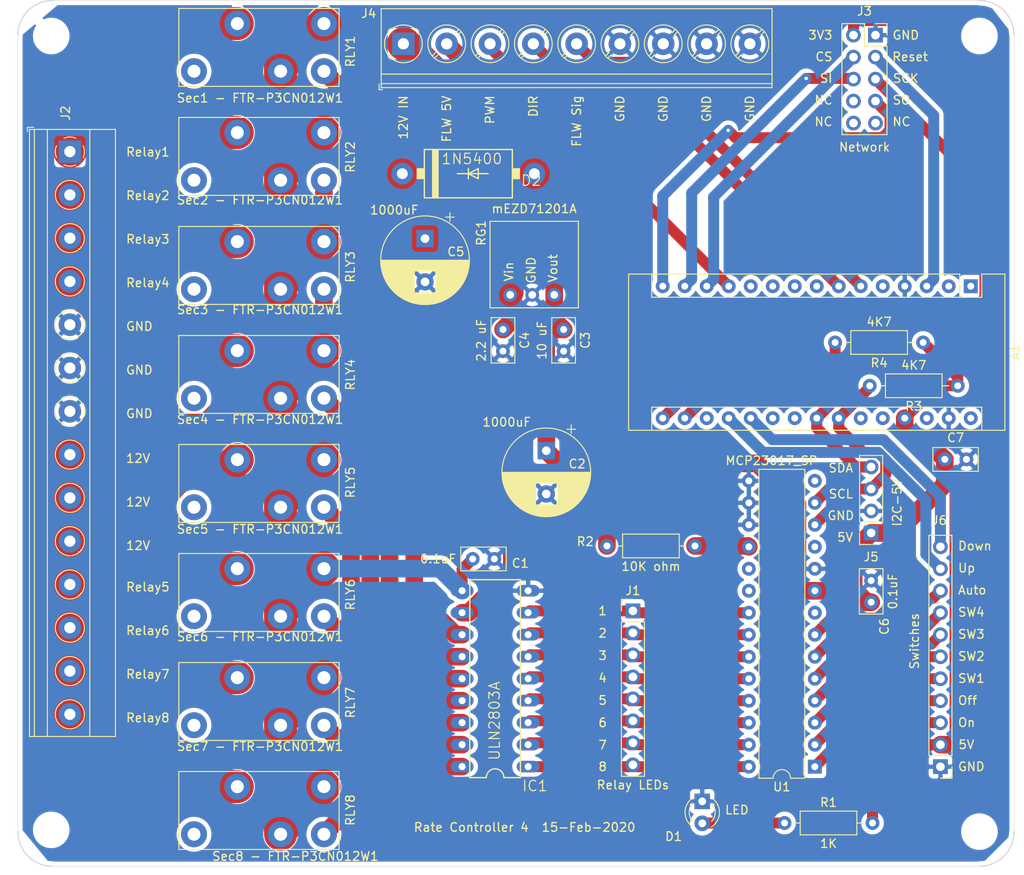
<source format=kicad_pcb>
(kicad_pcb (version 20171130) (host pcbnew "(5.1.2)-2")
  (layers (0 F.Cu signal) (31 B.Cu signal) (34 B.Paste user) (35 F.Paste user) (36 B.SilkS user) (37 F.SilkS user) (38 B.Mask user) (39 F.Mask user) (44 Edge.Cuts user))
  (net 0 "")
  (net 1 "Net-(A1-Pad16)")
  (net 2 "Net-(A1-Pad15)")
  (net 3 "Net-(A1-Pad30)")
  (net 4 "Net-(A1-Pad14)")
  (net 5 GND)
  (net 6 "Net-(A1-Pad13)")
  (net 7 "Net-(A1-Pad28)")
  (net 8 "Net-(A1-Pad12)")
  (net 9 "Net-(A1-Pad11)")
  (net 10 "Net-(A1-Pad10)")
  (net 11 "Net-(A1-Pad9)")
  (net 12 "Net-(A1-Pad24)")
  (net 13 "Net-(A1-Pad8)")
  (net 14 "Net-(A1-Pad23)")
  (net 15 "Net-(A1-Pad7)")
  (net 16 "Net-(A1-Pad22)")
  (net 17 "Net-(A1-Pad6)")
  (net 18 "Net-(A1-Pad21)")
  (net 19 "Net-(A1-Pad5)")
  (net 20 "Net-(A1-Pad20)")
  (net 21 "Net-(A1-Pad19)")
  (net 22 "Net-(A1-Pad3)")
  (net 23 "Net-(A1-Pad18)")
  (net 24 "Net-(A1-Pad2)")
  (net 25 "Net-(A1-Pad17)")
  (net 26 "Net-(A1-Pad1)")
  (net 27 "Net-(A1-Pad25)")
  (net 28 "Net-(A1-Pad26)")
  (net 29 "Net-(A1-Pad27)")
  (net 30 "Net-(RLY1-Pad3)")
  (net 31 "Net-(RLY2-Pad3)")
  (net 32 "Net-(RLY3-Pad3)")
  (net 33 "Net-(RLY4-Pad3)")
  (net 34 "Net-(RLY5-Pad3)")
  (net 35 "Net-(RLY6-Pad3)")
  (net 36 "Net-(RLY7-Pad3)")
  (net 37 "Net-(RLY8-Pad3)")
  (net 38 "Net-(C1-Pad2)")
  (net 39 "Net-(D1-Pad2)")
  (net 40 "Net-(D2-PadA)")
  (net 41 "Net-(IC1-Pad18)")
  (net 42 "Net-(IC1-Pad17)")
  (net 43 "Net-(IC1-Pad16)")
  (net 44 "Net-(IC1-Pad15)")
  (net 45 "Net-(IC1-Pad14)")
  (net 46 "Net-(IC1-Pad13)")
  (net 47 "Net-(IC1-Pad12)")
  (net 48 "Net-(IC1-Pad11)")
  (net 49 "Net-(IC1-Pad5)")
  (net 50 "Net-(IC1-Pad6)")
  (net 51 "Net-(IC1-Pad4)")
  (net 52 "Net-(IC1-Pad3)")
  (net 53 "Net-(IC1-Pad8)")
  (net 54 "Net-(IC1-Pad7)")
  (net 55 "Net-(IC1-Pad2)")
  (net 56 "Net-(IC1-Pad1)")
  (net 57 "Net-(J2-Pad14)")
  (net 58 "Net-(J2-Pad4)")
  (net 59 "Net-(J2-Pad3)")
  (net 60 "Net-(J2-Pad2)")
  (net 61 "Net-(R2-Pad2)")
  (net 62 "Net-(U1-Pad14)")
  (net 63 "Net-(U1-Pad11)")
  (net 64 "Net-(U1-Pad8)")
  (net 65 "Net-(U1-Pad20)")
  (net 66 "Net-(U1-Pad19)")
  (net 67 "Net-(J3-Pad10)")
  (net 68 "Net-(J3-Pad9)")
  (net 69 "Net-(J3-Pad8)")
  (net 70 "Net-(J2-Pad1)")
  (net 71 "Net-(J6-Pad9)")
  (net 72 "Net-(J6-Pad8)")
  (net 73 "Net-(J6-Pad7)")
  (net 74 "Net-(J6-Pad6)")
  (net 75 "Net-(J6-Pad5)")
  (net 76 "Net-(J6-Pad4)")
  (net 77 "Net-(J6-Pad3)")
  (net 78 "Net-(J2-Pad11)")
  (net 79 "Net-(J2-Pad13)")
  (net 80 "Net-(J2-Pad12)")
  (module Connector_PinHeader_2.54mm:PinHeader_1x08_P2.54mm_Vertical (layer F.Cu) (at 121 120.5)
    (fp_text reference J1 (at 0 -2.33) (layer F.SilkS))
    (fp_text value "Relay LEDs" (at 0 20.11) (layer F.SilkS))
    (pad 8 thru_hole oval (at 0 17.78) (size 1.7 1.7) (drill 1) (layers *.Cu *.Mask) (net 56 "Net-(IC1-Pad1)"))
    (pad 7 thru_hole oval (at 0 15.24) (size 1.7 1.7) (drill 1) (layers *.Cu *.Mask) (net 55 "Net-(IC1-Pad2)"))
    (pad 6 thru_hole oval (at 0 12.7) (size 1.7 1.7) (drill 1) (layers *.Cu *.Mask) (net 52 "Net-(IC1-Pad3)"))
    (pad 5 thru_hole oval (at 0 10.16) (size 1.7 1.7) (drill 1) (layers *.Cu *.Mask) (net 51 "Net-(IC1-Pad4)"))
    (pad 4 thru_hole oval (at 0 7.62) (size 1.7 1.7) (drill 1) (layers *.Cu *.Mask) (net 49 "Net-(IC1-Pad5)"))
    (pad 3 thru_hole oval (at 0 5.08) (size 1.7 1.7) (drill 1) (layers *.Cu *.Mask) (net 50 "Net-(IC1-Pad6)"))
    (pad 2 thru_hole oval (at 0 2.54) (size 1.7 1.7) (drill 1) (layers *.Cu *.Mask) (net 54 "Net-(IC1-Pad7)"))
    (pad 1 thru_hole rect (at 0 0) (size 1.7 1.7) (drill 1) (layers *.Cu *.Mask) (net 53 "Net-(IC1-Pad8)"))
  )
  (module TerminalBlock_Phoenix:TerminalBlock_Phoenix_PT-1,5-9-5.0-H_1x09_P5.00mm_Horizontal (layer F.Cu) (at 94.5 55)
    (fp_text reference J4 (at -4 -3.5) (layer F.SilkS))
    (fp_text value Screw_Terminal_01x09)
    (pad 9 thru_hole circle (at 40 0) (size 2.6 2.6) (drill 1.3) (layers *.Cu *.Mask) (net 5 GND))
    (pad 8 thru_hole circle (at 35 0) (size 2.6 2.6) (drill 1.3) (layers *.Cu *.Mask) (net 5 GND))
    (pad 7 thru_hole circle (at 30 0) (size 2.6 2.6) (drill 1.3) (layers *.Cu *.Mask) (net 5 GND))
    (pad 6 thru_hole circle (at 25 0) (size 2.6 2.6) (drill 1.3) (layers *.Cu *.Mask) (net 5 GND))
    (pad 5 thru_hole circle (at 20 0) (size 2.6 2.6) (drill 1.3) (layers *.Cu *.Mask) (net 17 "Net-(A1-Pad6)"))
    (pad 4 thru_hole circle (at 15 0) (size 2.6 2.6) (drill 1.3) (layers *.Cu *.Mask) (net 15 "Net-(A1-Pad7)"))
    (pad 3 thru_hole circle (at 10 0) (size 2.6 2.6) (drill 1.3) (layers *.Cu *.Mask) (net 8 "Net-(A1-Pad12)"))
    (pad 2 thru_hole circle (at 5 0) (size 2.6 2.6) (drill 1.3) (layers *.Cu *.Mask) (net 29 "Net-(A1-Pad27)"))
    (pad 1 thru_hole rect (at 0 0) (size 2.6 2.6) (drill 1.3) (layers *.Cu *.Mask) (net 40 "Net-(D2-PadA)"))
  )
  (module TerminalBlock_Phoenix:TerminalBlock_Phoenix_MKDS-1,5-14_1x14_P5.00mm_Horizontal (layer F.Cu) (at 56 67.449 270)
    (fp_text reference J2 (at -4.449 0.5 90) (layer F.SilkS))
    (fp_text value Screw_Terminal_01x14)
    (pad 14 thru_hole circle (at 65 0 270) (size 2.6 2.6) (drill 1.3) (layers *.Cu *.Mask) (net 57 "Net-(J2-Pad14)"))
    (pad 13 thru_hole circle (at 60 0 270) (size 2.6 2.6) (drill 1.3) (layers *.Cu *.Mask) (net 79 "Net-(J2-Pad13)"))
    (pad 12 thru_hole circle (at 55 0 270) (size 2.6 2.6) (drill 1.3) (layers *.Cu *.Mask) (net 80 "Net-(J2-Pad12)"))
    (pad 11 thru_hole circle (at 50 0 270) (size 2.6 2.6) (drill 1.3) (layers *.Cu *.Mask) (net 78 "Net-(J2-Pad11)"))
    (pad 10 thru_hole circle (at 45 0 270) (size 2.6 2.6) (drill 1.3) (layers *.Cu *.Mask) (net 38 "Net-(C1-Pad2)"))
    (pad 9 thru_hole circle (at 40 0 270) (size 2.6 2.6) (drill 1.3) (layers *.Cu *.Mask) (net 38 "Net-(C1-Pad2)"))
    (pad 8 thru_hole circle (at 35 0 270) (size 2.6 2.6) (drill 1.3) (layers *.Cu *.Mask) (net 38 "Net-(C1-Pad2)"))
    (pad 7 thru_hole circle (at 30 0 270) (size 2.6 2.6) (drill 1.3) (layers *.Cu *.Mask) (net 5 GND))
    (pad 6 thru_hole circle (at 25 0 270) (size 2.6 2.6) (drill 1.3) (layers *.Cu *.Mask) (net 5 GND))
    (pad 5 thru_hole circle (at 20 0 270) (size 2.6 2.6) (drill 1.3) (layers *.Cu *.Mask) (net 5 GND))
    (pad 4 thru_hole circle (at 15 0 270) (size 2.6 2.6) (drill 1.3) (layers *.Cu *.Mask) (net 58 "Net-(J2-Pad4)"))
    (pad 3 thru_hole circle (at 10 0 270) (size 2.6 2.6) (drill 1.3) (layers *.Cu *.Mask) (net 59 "Net-(J2-Pad3)"))
    (pad 2 thru_hole circle (at 5 0 270) (size 2.6 2.6) (drill 1.3) (layers *.Cu *.Mask) (net 60 "Net-(J2-Pad2)"))
    (pad 1 thru_hole rect (at 0 0 270) (size 2.6 2.6) (drill 1.3) (layers *.Cu *.Mask) (net 70 "Net-(J2-Pad1)"))
  )
  (module Connector_PinSocket_2.54mm:PinSocket_1x04_P2.54mm_Vertical (layer F.Cu) (at 148.5 111.5 180)
    (fp_text reference J5 (at 0 -2.77) (layer F.SilkS))
    (fp_text value I2C-5V (at -3 3.5 270) (layer F.SilkS))
    (pad 4 thru_hole oval (at 0 7.62 180) (size 1.7 1.7) (drill 1) (layers *.Cu *.Mask) (net 14 "Net-(A1-Pad23)"))
    (pad 3 thru_hole oval (at 0 5.08 180) (size 1.7 1.7) (drill 1) (layers *.Cu *.Mask) (net 12 "Net-(A1-Pad24)"))
    (pad 2 thru_hole oval (at 0 2.54 180) (size 1.7 1.7) (drill 1) (layers *.Cu *.Mask) (net 5 GND))
    (pad 1 thru_hole rect (at 0 0 180) (size 1.7 1.7) (drill 1) (layers *.Cu *.Mask) (net 29 "Net-(A1-Pad27)"))
  )
  (module Connector_PinSocket_2.54mm:PinSocket_2x05_P2.54mm_Vertical (layer F.Cu) (at 149 54)
    (fp_text reference J3 (at -1.27 -2.77) (layer F.SilkS))
    (fp_text value Network (at -1.27 12.93) (layer F.SilkS))
    (pad 10 thru_hole oval (at -2.54 10.16) (size 1.7 1.7) (drill 1) (layers *.Cu *.Mask) (net 67 "Net-(J3-Pad10)"))
    (pad 9 thru_hole oval (at 0 10.16) (size 1.7 1.7) (drill 1) (layers *.Cu *.Mask) (net 68 "Net-(J3-Pad9)"))
    (pad 8 thru_hole oval (at -2.54 7.62) (size 1.7 1.7) (drill 1) (layers *.Cu *.Mask) (net 69 "Net-(J3-Pad8)"))
    (pad 7 thru_hole oval (at 0 7.62) (size 1.7 1.7) (drill 1) (layers *.Cu *.Mask) (net 2 "Net-(A1-Pad15)"))
    (pad 6 thru_hole oval (at -2.54 5.08) (size 1.7 1.7) (drill 1) (layers *.Cu *.Mask) (net 4 "Net-(A1-Pad14)"))
    (pad 5 thru_hole oval (at 0 5.08) (size 1.7 1.7) (drill 1) (layers *.Cu *.Mask) (net 1 "Net-(A1-Pad16)"))
    (pad 4 thru_hole oval (at -2.54 2.54) (size 1.7 1.7) (drill 1) (layers *.Cu *.Mask) (net 6 "Net-(A1-Pad13)"))
    (pad 3 thru_hole oval (at 0 2.54) (size 1.7 1.7) (drill 1) (layers *.Cu *.Mask) (net 22 "Net-(A1-Pad3)"))
    (pad 2 thru_hole oval (at -2.54 0) (size 1.7 1.7) (drill 1) (layers *.Cu *.Mask) (net 25 "Net-(A1-Pad17)"))
    (pad 1 thru_hole rect (at 0 0) (size 1.7 1.7) (drill 1) (layers *.Cu *.Mask) (net 5 GND))
  )
  (module Capacitor_THT:C_Disc_D5.0mm_W2.5mm_P2.50mm (layer F.Cu) (at 106 88 270)
    (fp_text reference C4 (at 1.25 -2.5 90) (layer F.SilkS))
    (fp_text value "2.2 uF" (at 1.25 2.5 90) (layer F.SilkS))
    (pad 2 thru_hole circle (at 2.5 0 270) (size 1.6 1.6) (drill 0.8) (layers *.Cu *.Mask) (net 5 GND))
    (pad 1 thru_hole circle (at 0 0 270) (size 1.6 1.6) (drill 0.8) (layers *.Cu *.Mask) (net 38 "Net-(C1-Pad2)"))
  )
  (module Capacitor_THT:C_Disc_D5.0mm_W2.5mm_P2.50mm (layer F.Cu) (at 113 88 270)
    (fp_text reference C3 (at 1.25 -2.5 90) (layer F.SilkS))
    (fp_text value "10 uF" (at 1.25 2.5 90) (layer F.SilkS))
    (pad 2 thru_hole circle (at 2.5 0 270) (size 1.6 1.6) (drill 0.8) (layers *.Cu *.Mask) (net 5 GND))
    (pad 1 thru_hole circle (at 0 0 270) (size 1.6 1.6) (drill 0.8) (layers *.Cu *.Mask) (net 29 "Net-(A1-Pad27)"))
  )
  (module Package_DIP:DIP-28_W7.62mm (layer F.Cu) (at 142 138.5 180)
    (fp_text reference U1 (at 3.81 -2.33) (layer F.SilkS))
    (fp_text value MCP23017_SP (at 5 35.35) (layer F.SilkS))
    (pad 28 thru_hole oval (at 7.62 0 180) (size 1.6 1.6) (drill 0.8) (layers *.Cu *.Mask) (net 56 "Net-(IC1-Pad1)"))
    (pad 14 thru_hole oval (at 0 33.02 180) (size 1.6 1.6) (drill 0.8) (layers *.Cu *.Mask) (net 62 "Net-(U1-Pad14)"))
    (pad 27 thru_hole oval (at 7.62 2.54 180) (size 1.6 1.6) (drill 0.8) (layers *.Cu *.Mask) (net 55 "Net-(IC1-Pad2)"))
    (pad 13 thru_hole oval (at 0 30.48 180) (size 1.6 1.6) (drill 0.8) (layers *.Cu *.Mask) (net 14 "Net-(A1-Pad23)"))
    (pad 26 thru_hole oval (at 7.62 5.08 180) (size 1.6 1.6) (drill 0.8) (layers *.Cu *.Mask) (net 52 "Net-(IC1-Pad3)"))
    (pad 12 thru_hole oval (at 0 27.94 180) (size 1.6 1.6) (drill 0.8) (layers *.Cu *.Mask) (net 12 "Net-(A1-Pad24)"))
    (pad 25 thru_hole oval (at 7.62 7.62 180) (size 1.6 1.6) (drill 0.8) (layers *.Cu *.Mask) (net 51 "Net-(IC1-Pad4)"))
    (pad 11 thru_hole oval (at 0 25.4 180) (size 1.6 1.6) (drill 0.8) (layers *.Cu *.Mask) (net 63 "Net-(U1-Pad11)"))
    (pad 24 thru_hole oval (at 7.62 10.16 180) (size 1.6 1.6) (drill 0.8) (layers *.Cu *.Mask) (net 49 "Net-(IC1-Pad5)"))
    (pad 10 thru_hole oval (at 0 22.86 180) (size 1.6 1.6) (drill 0.8) (layers *.Cu *.Mask) (net 5 GND))
    (pad 23 thru_hole oval (at 7.62 12.7 180) (size 1.6 1.6) (drill 0.8) (layers *.Cu *.Mask) (net 50 "Net-(IC1-Pad6)"))
    (pad 9 thru_hole oval (at 0 20.32 180) (size 1.6 1.6) (drill 0.8) (layers *.Cu *.Mask) (net 29 "Net-(A1-Pad27)"))
    (pad 22 thru_hole oval (at 7.62 15.24 180) (size 1.6 1.6) (drill 0.8) (layers *.Cu *.Mask) (net 54 "Net-(IC1-Pad7)"))
    (pad 8 thru_hole oval (at 0 17.78 180) (size 1.6 1.6) (drill 0.8) (layers *.Cu *.Mask) (net 64 "Net-(U1-Pad8)"))
    (pad 21 thru_hole oval (at 7.62 17.78 180) (size 1.6 1.6) (drill 0.8) (layers *.Cu *.Mask) (net 53 "Net-(IC1-Pad8)"))
    (pad 7 thru_hole oval (at 0 15.24 180) (size 1.6 1.6) (drill 0.8) (layers *.Cu *.Mask) (net 71 "Net-(J6-Pad9)"))
    (pad 20 thru_hole oval (at 7.62 20.32 180) (size 1.6 1.6) (drill 0.8) (layers *.Cu *.Mask) (net 65 "Net-(U1-Pad20)"))
    (pad 6 thru_hole oval (at 0 12.7 180) (size 1.6 1.6) (drill 0.8) (layers *.Cu *.Mask) (net 72 "Net-(J6-Pad8)"))
    (pad 19 thru_hole oval (at 7.62 22.86 180) (size 1.6 1.6) (drill 0.8) (layers *.Cu *.Mask) (net 66 "Net-(U1-Pad19)"))
    (pad 5 thru_hole oval (at 0 10.16 180) (size 1.6 1.6) (drill 0.8) (layers *.Cu *.Mask) (net 73 "Net-(J6-Pad7)"))
    (pad 18 thru_hole oval (at 7.62 25.4 180) (size 1.6 1.6) (drill 0.8) (layers *.Cu *.Mask) (net 61 "Net-(R2-Pad2)"))
    (pad 4 thru_hole oval (at 0 7.62 180) (size 1.6 1.6) (drill 0.8) (layers *.Cu *.Mask) (net 74 "Net-(J6-Pad6)"))
    (pad 17 thru_hole oval (at 7.62 27.94 180) (size 1.6 1.6) (drill 0.8) (layers *.Cu *.Mask) (net 5 GND))
    (pad 3 thru_hole oval (at 0 5.08 180) (size 1.6 1.6) (drill 0.8) (layers *.Cu *.Mask) (net 75 "Net-(J6-Pad5)"))
    (pad 16 thru_hole oval (at 7.62 30.48 180) (size 1.6 1.6) (drill 0.8) (layers *.Cu *.Mask) (net 5 GND))
    (pad 2 thru_hole oval (at 0 2.54 180) (size 1.6 1.6) (drill 0.8) (layers *.Cu *.Mask) (net 76 "Net-(J6-Pad4)"))
    (pad 15 thru_hole oval (at 7.62 33.02 180) (size 1.6 1.6) (drill 0.8) (layers *.Cu *.Mask) (net 5 GND))
    (pad 1 thru_hole rect (at 0 0 180) (size 1.6 1.6) (drill 0.8) (layers *.Cu *.Mask) (net 77 "Net-(J6-Pad3)"))
  )
  (module Resistor_THT:R_Axial_DIN0207_L6.3mm_D2.5mm_P10.16mm_Horizontal (layer F.Cu) (at 154.5 89.5 180)
    (fp_text reference R4 (at 5.08 -2.37) (layer F.SilkS))
    (fp_text value 4K7 (at 5.08 2.37) (layer F.SilkS))
    (pad 2 thru_hole oval (at 10.16 0 180) (size 1.6 1.6) (drill 0.8) (layers *.Cu *.Mask) (net 14 "Net-(A1-Pad23)"))
    (pad 1 thru_hole circle (at 0 0 180) (size 1.6 1.6) (drill 0.8) (layers *.Cu *.Mask) (net 29 "Net-(A1-Pad27)"))
  )
  (module Resistor_THT:R_Axial_DIN0207_L6.3mm_D2.5mm_P10.16mm_Horizontal (layer F.Cu) (at 158.5 94.5 180)
    (fp_text reference R3 (at 5.08 -2.37) (layer F.SilkS))
    (fp_text value 4K7 (at 5.08 2.37) (layer F.SilkS))
    (pad 2 thru_hole oval (at 10.16 0 180) (size 1.6 1.6) (drill 0.8) (layers *.Cu *.Mask) (net 12 "Net-(A1-Pad24)"))
    (pad 1 thru_hole circle (at 0 0 180) (size 1.6 1.6) (drill 0.8) (layers *.Cu *.Mask) (net 29 "Net-(A1-Pad27)"))
  )
  (module Resistor_THT:R_Axial_DIN0207_L6.3mm_D2.5mm_P10.16mm_Horizontal (layer F.Cu) (at 118 113)
    (fp_text reference R2 (at -2.5 -0.5) (layer F.SilkS))
    (fp_text value "10K ohm" (at 5.08 2.37) (layer F.SilkS))
    (pad 2 thru_hole oval (at 10.16 0) (size 1.6 1.6) (drill 0.8) (layers *.Cu *.Mask) (net 61 "Net-(R2-Pad2)"))
    (pad 1 thru_hole circle (at 0 0) (size 1.6 1.6) (drill 0.8) (layers *.Cu *.Mask) (net 29 "Net-(A1-Pad27)"))
  )
  (module Resistor_THT:R_Axial_DIN0207_L6.3mm_D2.5mm_P10.16mm_Horizontal (layer F.Cu) (at 138.5 145)
    (fp_text reference R1 (at 5.08 -2.37) (layer F.SilkS))
    (fp_text value 1K (at 5.08 2.37) (layer F.SilkS))
    (pad 2 thru_hole oval (at 10.16 0) (size 1.6 1.6) (drill 0.8) (layers *.Cu *.Mask) (net 29 "Net-(A1-Pad27)"))
    (pad 1 thru_hole circle (at 0 0) (size 1.6 1.6) (drill 0.8) (layers *.Cu *.Mask) (net 39 "Net-(D1-Pad2)"))
  )
  (module Capacitor_THT:C_Disc_D5.0mm_W2.5mm_P2.50mm (layer F.Cu) (at 157 103)
    (fp_text reference C7 (at 1.25 -2.5) (layer F.SilkS))
    (fp_text value 0.1uF)
    (pad 2 thru_hole circle (at 2.5 0) (size 1.6 1.6) (drill 0.8) (layers *.Cu *.Mask) (net 5 GND))
    (pad 1 thru_hole circle (at 0 0) (size 1.6 1.6) (drill 0.8) (layers *.Cu *.Mask) (net 29 "Net-(A1-Pad27)"))
  )
  (module Module:Arduino_Nano (layer F.Cu) (at 160 83 270)
    (fp_text reference A1 (at 7.62 -5.08 90) (layer F.SilkS))
    (fp_text value Arduino_Nano_v3.x)
    (pad 16 thru_hole oval (at 15.24 35.56 270) (size 1.6 1.6) (drill 0.8) (layers *.Cu *.Mask) (net 1 "Net-(A1-Pad16)"))
    (pad 15 thru_hole oval (at 0 35.56 270) (size 1.6 1.6) (drill 0.8) (layers *.Cu *.Mask) (net 2 "Net-(A1-Pad15)"))
    (pad 30 thru_hole oval (at 15.24 0 270) (size 1.6 1.6) (drill 0.8) (layers *.Cu *.Mask) (net 3 "Net-(A1-Pad30)"))
    (pad 14 thru_hole oval (at 0 33.02 270) (size 1.6 1.6) (drill 0.8) (layers *.Cu *.Mask) (net 4 "Net-(A1-Pad14)"))
    (pad 29 thru_hole oval (at 15.24 2.54 270) (size 1.6 1.6) (drill 0.8) (layers *.Cu *.Mask) (net 5 GND))
    (pad 13 thru_hole oval (at 0 30.48 270) (size 1.6 1.6) (drill 0.8) (layers *.Cu *.Mask) (net 6 "Net-(A1-Pad13)"))
    (pad 28 thru_hole oval (at 15.24 5.08 270) (size 1.6 1.6) (drill 0.8) (layers *.Cu *.Mask) (net 7 "Net-(A1-Pad28)"))
    (pad 12 thru_hole oval (at 0 27.94 270) (size 1.6 1.6) (drill 0.8) (layers *.Cu *.Mask) (net 8 "Net-(A1-Pad12)"))
    (pad 27 thru_hole oval (at 15.24 7.62 270) (size 1.6 1.6) (drill 0.8) (layers *.Cu *.Mask) (net 29 "Net-(A1-Pad27)"))
    (pad 11 thru_hole oval (at 0 25.4 270) (size 1.6 1.6) (drill 0.8) (layers *.Cu *.Mask) (net 9 "Net-(A1-Pad11)"))
    (pad 26 thru_hole oval (at 15.24 10.16 270) (size 1.6 1.6) (drill 0.8) (layers *.Cu *.Mask) (net 28 "Net-(A1-Pad26)"))
    (pad 10 thru_hole oval (at 0 22.86 270) (size 1.6 1.6) (drill 0.8) (layers *.Cu *.Mask) (net 10 "Net-(A1-Pad10)"))
    (pad 25 thru_hole oval (at 15.24 12.7 270) (size 1.6 1.6) (drill 0.8) (layers *.Cu *.Mask) (net 27 "Net-(A1-Pad25)"))
    (pad 9 thru_hole oval (at 0 20.32 270) (size 1.6 1.6) (drill 0.8) (layers *.Cu *.Mask) (net 11 "Net-(A1-Pad9)"))
    (pad 24 thru_hole oval (at 15.24 15.24 270) (size 1.6 1.6) (drill 0.8) (layers *.Cu *.Mask) (net 12 "Net-(A1-Pad24)"))
    (pad 8 thru_hole oval (at 0 17.78 270) (size 1.6 1.6) (drill 0.8) (layers *.Cu *.Mask) (net 13 "Net-(A1-Pad8)"))
    (pad 23 thru_hole oval (at 15.24 17.78 270) (size 1.6 1.6) (drill 0.8) (layers *.Cu *.Mask) (net 14 "Net-(A1-Pad23)"))
    (pad 7 thru_hole oval (at 0 15.24 270) (size 1.6 1.6) (drill 0.8) (layers *.Cu *.Mask) (net 15 "Net-(A1-Pad7)"))
    (pad 22 thru_hole oval (at 15.24 20.32 270) (size 1.6 1.6) (drill 0.8) (layers *.Cu *.Mask) (net 16 "Net-(A1-Pad22)"))
    (pad 6 thru_hole oval (at 0 12.7 270) (size 1.6 1.6) (drill 0.8) (layers *.Cu *.Mask) (net 17 "Net-(A1-Pad6)"))
    (pad 21 thru_hole oval (at 15.24 22.86 270) (size 1.6 1.6) (drill 0.8) (layers *.Cu *.Mask) (net 18 "Net-(A1-Pad21)"))
    (pad 5 thru_hole oval (at 0 10.16 270) (size 1.6 1.6) (drill 0.8) (layers *.Cu *.Mask) (net 19 "Net-(A1-Pad5)"))
    (pad 20 thru_hole oval (at 15.24 25.4 270) (size 1.6 1.6) (drill 0.8) (layers *.Cu *.Mask) (net 20 "Net-(A1-Pad20)"))
    (pad 4 thru_hole oval (at 0 7.62 270) (size 1.6 1.6) (drill 0.8) (layers *.Cu *.Mask) (net 5 GND))
    (pad 19 thru_hole oval (at 15.24 27.94 270) (size 1.6 1.6) (drill 0.8) (layers *.Cu *.Mask) (net 21 "Net-(A1-Pad19)"))
    (pad 3 thru_hole oval (at 0 5.08 270) (size 1.6 1.6) (drill 0.8) (layers *.Cu *.Mask) (net 22 "Net-(A1-Pad3)"))
    (pad 18 thru_hole oval (at 15.24 30.48 270) (size 1.6 1.6) (drill 0.8) (layers *.Cu *.Mask) (net 23 "Net-(A1-Pad18)"))
    (pad 2 thru_hole oval (at 0 2.54 270) (size 1.6 1.6) (drill 0.8) (layers *.Cu *.Mask) (net 24 "Net-(A1-Pad2)"))
    (pad 17 thru_hole oval (at 15.24 33.02 270) (size 1.6 1.6) (drill 0.8) (layers *.Cu *.Mask) (net 25 "Net-(A1-Pad17)"))
    (pad 1 thru_hole rect (at 0 0 270) (size 1.6 1.6) (drill 0.8) (layers *.Cu *.Mask) (net 26 "Net-(A1-Pad1)"))
  )
  (module Capacitor_THT:C_Disc_D5.0mm_W2.5mm_P2.50mm (layer F.Cu) (at 105 114.5 180)
    (fp_text reference C1 (at -3 -0.5) (layer F.SilkS))
    (fp_text value 0.1uF (at 6.5 0) (layer F.SilkS))
    (pad 2 thru_hole circle (at 2.5 0 180) (size 1.6 1.6) (drill 0.8) (layers *.Cu *.Mask) (net 38 "Net-(C1-Pad2)"))
    (pad 1 thru_hole circle (at 0 0 180) (size 1.6 1.6) (drill 0.8) (layers *.Cu *.Mask) (net 5 GND))
  )
  (module "my library:mEZD71201A" (layer F.Cu) (at 104.5 75.5)
    (fp_text reference RG1 (at -1.016 1.349 90) (layer F.SilkS))
    (fp_text value mEZD71201A (at 5.1054 -1.4478) (layer F.SilkS))
    (fp_text user Vin (at 2.1844 5.8166 90) (layer F.SilkS))
    (fp_text user GND (at 4.7498 5.6388 90) (layer F.SilkS))
    (fp_text user Vout (at 7.2644 5.4356 90) (layer F.SilkS))
    (pad 3 thru_hole circle (at 7.4168 8.5 90) (size 1.59 1.59) (drill 0.89) (layers *.Cu *.Mask) (net 29 "Net-(A1-Pad27)"))
    (pad 2 thru_hole circle (at 4.8768 8.5 90) (size 1.59 1.59) (drill 0.89) (layers *.Cu *.Mask) (net 5 GND))
    (pad 1 thru_hole circle (at 2.3368 8.5 90) (size 1.59 1.59) (drill 0.89) (layers *.Cu *.Mask) (net 38 "Net-(C1-Pad2)"))
  )
  (module "my library:1N5400" (layer F.Cu) (at 102 70)
    (fp_text reference D2 (at 6 1.5) (layer F.SilkS) (effects (font (size 1.2065 1.2065) (thickness 0.127)) (justify left bottom)))
    (fp_text value 1N5400 (at 4 -1) (layer F.SilkS) (effects (font (size 1.2065 1.2065) (thickness 0.127)) (justify right bottom)))
    (pad C thru_hole circle (at -7.62 0) (size 2.5 2.5) (drill 1.25) (layers *.Cu *.Mask) (net 38 "Net-(C1-Pad2)"))
    (pad A thru_hole circle (at 7.62 0) (size 2.5 2.5) (drill 1.25) (layers *.Cu *.Mask) (net 40 "Net-(D2-PadA)"))
  )
  (module "my library:FTR-P3_Relay" (layer F.Cu) (at 85.328 70.757142 180)
    (fp_text reference RLY2 (at -3.048 2.685142 270) (layer F.SilkS))
    (fp_text value "Sec2 - FTR-P3CN012W1" (at 7.373428 -2.286) (layer F.SilkS))
    (pad 2 thru_hole circle (at 10 5.5 180) (size 3 3) (drill 1.5) (layers *.Cu *.Mask) (net 60 "Net-(J2-Pad2)"))
    (pad 3 thru_hole circle (at 15 0 180) (size 3 3) (drill 1.5) (layers *.Cu *.Mask) (net 31 "Net-(RLY2-Pad3)"))
    (pad 4 thru_hole circle (at 5 0 180) (size 3 3) (drill 1.5) (layers *.Cu *.Mask) (net 38 "Net-(C1-Pad2)"))
    (pad 5 thru_hole circle (at 0 0 180) (size 3 3) (drill 1.5) (layers *.Cu *.Mask) (net 47 "Net-(IC1-Pad12)"))
    (pad 1 thru_hole circle (at 0 5.5 180) (size 3 3) (drill 1.5) (layers *.Cu *.Mask) (net 38 "Net-(C1-Pad2)"))
  )
  (module "my library:FTR-P3_Relay" (layer F.Cu) (at 85.328 146.304 180)
    (fp_text reference RLY8 (at -3.048 2.794 270) (layer F.SilkS))
    (fp_text value "Sec8 - FTR-P3CN012W1" (at 3.302 -2.54 180) (layer F.SilkS))
    (pad 2 thru_hole circle (at 10 5.5 180) (size 3 3) (drill 1.5) (layers *.Cu *.Mask) (net 57 "Net-(J2-Pad14)"))
    (pad 3 thru_hole circle (at 15 0 180) (size 3 3) (drill 1.5) (layers *.Cu *.Mask) (net 37 "Net-(RLY8-Pad3)"))
    (pad 4 thru_hole circle (at 5 0 180) (size 3 3) (drill 1.5) (layers *.Cu *.Mask) (net 38 "Net-(C1-Pad2)"))
    (pad 5 thru_hole circle (at 0 0 180) (size 3 3) (drill 1.5) (layers *.Cu *.Mask) (net 41 "Net-(IC1-Pad18)"))
    (pad 1 thru_hole circle (at 0 5.5 180) (size 3 3) (drill 1.5) (layers *.Cu *.Mask) (net 38 "Net-(C1-Pad2)"))
  )
  (module "my library:FTR-P3_Relay" (layer F.Cu) (at 85.328 133.712852 180)
    (fp_text reference RLY7 (at -3.048 2.62467 270) (layer F.SilkS))
    (fp_text value "Sec7 - FTR-P3CN012W1" (at 7.373428 -2.45533 180) (layer F.SilkS))
    (pad 2 thru_hole circle (at 10 5.5 180) (size 3 3) (drill 1.5) (layers *.Cu *.Mask) (net 79 "Net-(J2-Pad13)"))
    (pad 3 thru_hole circle (at 15 0 180) (size 3 3) (drill 1.5) (layers *.Cu *.Mask) (net 36 "Net-(RLY7-Pad3)"))
    (pad 4 thru_hole circle (at 5 0 180) (size 3 3) (drill 1.5) (layers *.Cu *.Mask) (net 38 "Net-(C1-Pad2)"))
    (pad 5 thru_hole circle (at 0 0 180) (size 3 3) (drill 1.5) (layers *.Cu *.Mask) (net 42 "Net-(IC1-Pad17)"))
    (pad 1 thru_hole circle (at 0 5.5 180) (size 3 3) (drill 1.5) (layers *.Cu *.Mask) (net 38 "Net-(C1-Pad2)"))
  )
  (module "my library:FTR-P3_Relay" (layer F.Cu) (at 85.328 121.12171 180)
    (fp_text reference RLY6 (at -3.048 2.50371 270) (layer F.SilkS))
    (fp_text value "Sec6 - FTR-P3CN012W1" (at 7.373428 -2.370664 180) (layer F.SilkS))
    (pad 2 thru_hole circle (at 10 5.5 180) (size 3 3) (drill 1.5) (layers *.Cu *.Mask) (net 80 "Net-(J2-Pad12)"))
    (pad 3 thru_hole circle (at 15 0 180) (size 3 3) (drill 1.5) (layers *.Cu *.Mask) (net 35 "Net-(RLY6-Pad3)"))
    (pad 4 thru_hole circle (at 5 0 180) (size 3 3) (drill 1.5) (layers *.Cu *.Mask) (net 38 "Net-(C1-Pad2)"))
    (pad 5 thru_hole circle (at 0 0 180) (size 3 3) (drill 1.5) (layers *.Cu *.Mask) (net 43 "Net-(IC1-Pad16)"))
    (pad 1 thru_hole circle (at 0 5.5 180) (size 3 3) (drill 1.5) (layers *.Cu *.Mask) (net 38 "Net-(C1-Pad2)"))
  )
  (module "my library:FTR-P3_Relay" (layer F.Cu) (at 85.328 108.530568 180)
    (fp_text reference RLY5 (at -3.048 2.866568 270) (layer F.SilkS))
    (fp_text value "Sec5 - FTR-P3CN012W1" (at 7.373428 -2.539998 180) (layer F.SilkS))
    (pad 2 thru_hole circle (at 10 5.5 180) (size 3 3) (drill 1.5) (layers *.Cu *.Mask) (net 78 "Net-(J2-Pad11)"))
    (pad 3 thru_hole circle (at 15 0 180) (size 3 3) (drill 1.5) (layers *.Cu *.Mask) (net 34 "Net-(RLY5-Pad3)"))
    (pad 4 thru_hole circle (at 5 0 180) (size 3 3) (drill 1.5) (layers *.Cu *.Mask) (net 38 "Net-(C1-Pad2)"))
    (pad 5 thru_hole circle (at 0 0 180) (size 3 3) (drill 1.5) (layers *.Cu *.Mask) (net 44 "Net-(IC1-Pad15)"))
    (pad 1 thru_hole circle (at 0 5.5 180) (size 3 3) (drill 1.5) (layers *.Cu *.Mask) (net 38 "Net-(C1-Pad2)"))
  )
  (module "my library:FTR-P3_Relay" (layer F.Cu) (at 85.328 95.939426 180)
    (fp_text reference RLY4 (at -3.048 2.721426 270) (layer F.SilkS))
    (fp_text value "Sec4 - FTR-P3CN012W1" (at 7.373428 -2.455332 180) (layer F.SilkS))
    (pad 2 thru_hole circle (at 10 5.5 180) (size 3 3) (drill 1.5) (layers *.Cu *.Mask) (net 58 "Net-(J2-Pad4)"))
    (pad 3 thru_hole circle (at 15 0 180) (size 3 3) (drill 1.5) (layers *.Cu *.Mask) (net 33 "Net-(RLY4-Pad3)"))
    (pad 4 thru_hole circle (at 5 0 180) (size 3 3) (drill 1.5) (layers *.Cu *.Mask) (net 38 "Net-(C1-Pad2)"))
    (pad 5 thru_hole circle (at 0 0 180) (size 3 3) (drill 1.5) (layers *.Cu *.Mask) (net 45 "Net-(IC1-Pad14)"))
    (pad 1 thru_hole circle (at 0 5.5 180) (size 3 3) (drill 1.5) (layers *.Cu *.Mask) (net 38 "Net-(C1-Pad2)"))
  )
  (module "my library:FTR-P3_Relay" (layer F.Cu) (at 85.328 83.348284 180)
    (fp_text reference RLY3 (at -3.048 2.576284 90) (layer F.SilkS))
    (fp_text value "Sec3 - FTR-P3CN012W1" (at 7.373428 -2.370666 180) (layer F.SilkS))
    (pad 2 thru_hole circle (at 10 5.5 180) (size 3 3) (drill 1.5) (layers *.Cu *.Mask) (net 59 "Net-(J2-Pad3)"))
    (pad 3 thru_hole circle (at 15 0 180) (size 3 3) (drill 1.5) (layers *.Cu *.Mask) (net 32 "Net-(RLY3-Pad3)"))
    (pad 4 thru_hole circle (at 5 0 180) (size 3 3) (drill 1.5) (layers *.Cu *.Mask) (net 38 "Net-(C1-Pad2)"))
    (pad 5 thru_hole circle (at 0 0 180) (size 3 3) (drill 1.5) (layers *.Cu *.Mask) (net 46 "Net-(IC1-Pad13)"))
    (pad 1 thru_hole circle (at 0 5.5 180) (size 3 3) (drill 1.5) (layers *.Cu *.Mask) (net 38 "Net-(C1-Pad2)"))
  )
  (module "my library:FTR-P3_Relay" (layer F.Cu) (at 85.328 58.166 180)
    (fp_text reference RLY1 (at -3.048 2.286 90) (layer F.SilkS))
    (fp_text value "Sec1 - FTR-P3CN012W1" (at 7.373428 -3.0988) (layer F.SilkS))
    (pad 2 thru_hole circle (at 10 5.5 180) (size 3 3) (drill 1.5) (layers *.Cu *.Mask) (net 70 "Net-(J2-Pad1)"))
    (pad 3 thru_hole circle (at 15 0 180) (size 3 3) (drill 1.5) (layers *.Cu *.Mask) (net 30 "Net-(RLY1-Pad3)"))
    (pad 4 thru_hole circle (at 5 0 180) (size 3 3) (drill 1.5) (layers *.Cu *.Mask) (net 38 "Net-(C1-Pad2)"))
    (pad 5 thru_hole circle (at 0 0 180) (size 3 3) (drill 1.5) (layers *.Cu *.Mask) (net 48 "Net-(IC1-Pad11)"))
    (pad 1 thru_hole circle (at 0 5.5 180) (size 3 3) (drill 1.5) (layers *.Cu *.Mask) (net 38 "Net-(C1-Pad2)"))
  )
  (module "my library:DIL18" (layer F.Cu) (at 105.092 128.33 90)
    (fp_text reference IC1 (at -11.684 3.048) (layer F.SilkS) (effects (font (size 1.2065 1.2065) (thickness 0.127)) (justify left top)))
    (fp_text value ULN2803A (at -9.525 0.635 90) (layer F.SilkS) (effects (font (size 1.2065 1.2065) (thickness 0.127)) (justify left bottom)))
    (pad 18 thru_hole oval (at -10.16 -3.81 180) (size 2.6416 1.3208) (drill 0.8128) (layers *.Cu *.Mask) (net 41 "Net-(IC1-Pad18)"))
    (pad 17 thru_hole oval (at -7.62 -3.81 180) (size 2.6416 1.3208) (drill 0.8128) (layers *.Cu *.Mask) (net 42 "Net-(IC1-Pad17)"))
    (pad 16 thru_hole oval (at -5.08 -3.81 180) (size 2.6416 1.3208) (drill 0.8128) (layers *.Cu *.Mask) (net 43 "Net-(IC1-Pad16)"))
    (pad 15 thru_hole oval (at -2.54 -3.81 180) (size 2.6416 1.3208) (drill 0.8128) (layers *.Cu *.Mask) (net 44 "Net-(IC1-Pad15)"))
    (pad 14 thru_hole oval (at 0 -3.81 180) (size 2.6416 1.3208) (drill 0.8128) (layers *.Cu *.Mask) (net 45 "Net-(IC1-Pad14)"))
    (pad 13 thru_hole oval (at 2.54 -3.81 180) (size 2.6416 1.3208) (drill 0.8128) (layers *.Cu *.Mask) (net 46 "Net-(IC1-Pad13)"))
    (pad 12 thru_hole oval (at 5.08 -3.81 180) (size 2.6416 1.3208) (drill 0.8128) (layers *.Cu *.Mask) (net 47 "Net-(IC1-Pad12)"))
    (pad 11 thru_hole oval (at 7.62 -3.81 180) (size 2.6416 1.3208) (drill 0.8128) (layers *.Cu *.Mask) (net 48 "Net-(IC1-Pad11)"))
    (pad 10 thru_hole oval (at 10.16 -3.81 180) (size 2.6416 1.3208) (drill 0.8128) (layers *.Cu *.Mask) (net 38 "Net-(C1-Pad2)"))
    (pad 9 thru_hole oval (at 10.16 3.81 180) (size 2.6416 1.3208) (drill 0.8128) (layers *.Cu *.Mask) (net 5 GND))
    (pad 5 thru_hole oval (at 0 3.81 180) (size 2.6416 1.3208) (drill 0.8128) (layers *.Cu *.Mask) (net 49 "Net-(IC1-Pad5)"))
    (pad 6 thru_hole oval (at 2.54 3.81 180) (size 2.6416 1.3208) (drill 0.8128) (layers *.Cu *.Mask) (net 50 "Net-(IC1-Pad6)"))
    (pad 4 thru_hole oval (at -2.54 3.81 180) (size 2.6416 1.3208) (drill 0.8128) (layers *.Cu *.Mask) (net 51 "Net-(IC1-Pad4)"))
    (pad 3 thru_hole oval (at -5.08 3.81 180) (size 2.6416 1.3208) (drill 0.8128) (layers *.Cu *.Mask) (net 52 "Net-(IC1-Pad3)"))
    (pad 8 thru_hole oval (at 7.62 3.81 180) (size 2.6416 1.3208) (drill 0.8128) (layers *.Cu *.Mask) (net 53 "Net-(IC1-Pad8)"))
    (pad 7 thru_hole oval (at 5.08 3.81 180) (size 2.6416 1.3208) (drill 0.8128) (layers *.Cu *.Mask) (net 54 "Net-(IC1-Pad7)"))
    (pad 2 thru_hole oval (at -7.62 3.81 180) (size 2.6416 1.3208) (drill 0.8128) (layers *.Cu *.Mask) (net 55 "Net-(IC1-Pad2)"))
    (pad 1 thru_hole oval (at -10.16 3.81 180) (size 2.6416 1.3208) (drill 0.8128) (layers *.Cu *.Mask) (net 56 "Net-(IC1-Pad1)"))
  )
  (module MountingHole:MountingHole_3.2mm_M3 (layer F.Cu) (at 161 146)
    (fp_text reference H4 hide)
    (fp_text value MountingHole)
    (pad 1 np_thru_hole circle (at 0 0) (size 3.2 3.2) (drill 3.2) (layers *.Cu *.Mask))
  )
  (module MountingHole:MountingHole_3.2mm_M3 (layer F.Cu) (at 53.848 145.796)
    (fp_text reference H3 hide)
    (fp_text value MountingHole)
    (pad 1 np_thru_hole circle (at 0 0) (size 3.2 3.2) (drill 3.2) (layers *.Cu *.Mask))
  )
  (module MountingHole:MountingHole_3.2mm_M3 (layer F.Cu) (at 161 54.102)
    (fp_text reference H2 hide)
    (fp_text value MountingHole)
    (pad 1 np_thru_hole circle (at 0 0) (size 3.2 3.2) (drill 3.2) (layers *.Cu *.Mask))
  )
  (module MountingHole:MountingHole_3.2mm_M3 (layer F.Cu) (at 53.848 54.102)
    (fp_text reference H1 hide)
    (fp_text value MountingHole)
    (pad 1 np_thru_hole circle (at 0 0) (size 3.2 3.2) (drill 3.2) (layers *.Cu *.Mask))
  )
  (module LED_THT:LED_D3.0mm (layer F.Cu) (at 129 142.5 270)
    (fp_text reference D1 (at 4.064 3.302) (layer F.SilkS))
    (fp_text value LED (at 1 -4) (layer F.SilkS))
    (pad 2 thru_hole circle (at 2.54 0 270) (size 1.8 1.8) (drill 0.9) (layers *.Cu *.Mask) (net 39 "Net-(D1-Pad2)"))
    (pad 1 thru_hole rect (at 0 0 270) (size 1.8 1.8) (drill 0.9) (layers *.Cu *.Mask) (net 5 GND))
  )
  (module Capacitor_THT:C_Disc_D5.0mm_W2.5mm_P2.50mm (layer F.Cu) (at 148.5 119.5 90)
    (fp_text reference C6 (at -2.794 1.524 90) (layer F.SilkS))
    (fp_text value 0.1uF (at 1.25 2.5 90) (layer F.SilkS))
    (pad 2 thru_hole circle (at 2.5 0 90) (size 1.6 1.6) (drill 0.8) (layers *.Cu *.Mask) (net 5 GND))
    (pad 1 thru_hole circle (at 0 0 90) (size 1.6 1.6) (drill 0.8) (layers *.Cu *.Mask) (net 29 "Net-(A1-Pad27)"))
  )
  (module Capacitor_THT:CP_Radial_D10.0mm_P5.00mm (layer F.Cu) (at 97 77.5 270)
    (fp_text reference C5 (at 1.524 -3.556 180) (layer F.SilkS))
    (fp_text value 1000uF (at -3.302 3.556 180) (layer F.SilkS))
    (pad 2 thru_hole circle (at 5 0 270) (size 2 2) (drill 1) (layers *.Cu *.Mask) (net 5 GND))
    (pad 1 thru_hole rect (at 0 0 270) (size 2 2) (drill 1) (layers *.Cu *.Mask) (net 38 "Net-(C1-Pad2)"))
  )
  (module Capacitor_THT:CP_Radial_D10.0mm_P5.00mm (layer F.Cu) (at 111 102 270)
    (fp_text reference C2 (at 1.524 -3.556 180) (layer F.SilkS))
    (fp_text value 1000uF (at -3.302 4.572 180) (layer F.SilkS))
    (pad 2 thru_hole circle (at 5 0 270) (size 2 2) (drill 1) (layers *.Cu *.Mask) (net 5 GND))
    (pad 1 thru_hole rect (at 0 0 270) (size 2 2) (drill 1) (layers *.Cu *.Mask) (net 29 "Net-(A1-Pad27)"))
  )
  (module Connector_PinHeader_2.54mm:PinHeader_1x11_P2.54mm_Vertical (layer F.Cu) (at 156.5 138.5 180)
    (fp_text reference J6 (at 0.12 28.448) (layer F.SilkS))
    (fp_text value Switches (at 3 14.5 270) (layer F.SilkS))
    (pad 11 thru_hole oval (at 0 25.4 180) (size 1.7 1.7) (drill 1) (layers *.Cu *.Mask) (net 20 "Net-(A1-Pad20)"))
    (pad 10 thru_hole oval (at 0 22.86 180) (size 1.7 1.7) (drill 1) (layers *.Cu *.Mask) (net 21 "Net-(A1-Pad19)"))
    (pad 9 thru_hole oval (at 0 20.32 180) (size 1.7 1.7) (drill 1) (layers *.Cu *.Mask) (net 71 "Net-(J6-Pad9)"))
    (pad 8 thru_hole oval (at 0 17.78 180) (size 1.7 1.7) (drill 1) (layers *.Cu *.Mask) (net 72 "Net-(J6-Pad8)"))
    (pad 7 thru_hole oval (at 0 15.24 180) (size 1.7 1.7) (drill 1) (layers *.Cu *.Mask) (net 73 "Net-(J6-Pad7)"))
    (pad 6 thru_hole oval (at 0 12.7 180) (size 1.7 1.7) (drill 1) (layers *.Cu *.Mask) (net 74 "Net-(J6-Pad6)"))
    (pad 5 thru_hole oval (at 0 10.16 180) (size 1.7 1.7) (drill 1) (layers *.Cu *.Mask) (net 75 "Net-(J6-Pad5)"))
    (pad 4 thru_hole oval (at 0 7.62 180) (size 1.7 1.7) (drill 1) (layers *.Cu *.Mask) (net 76 "Net-(J6-Pad4)"))
    (pad 3 thru_hole oval (at 0 5.08 180) (size 1.7 1.7) (drill 1) (layers *.Cu *.Mask) (net 77 "Net-(J6-Pad3)"))
    (pad 2 thru_hole oval (at 0 2.54 180) (size 1.7 1.7) (drill 1) (layers *.Cu *.Mask) (net 29 "Net-(A1-Pad27)"))
    (pad 1 thru_hole rect (at 0 0 180) (size 1.7 1.7) (drill 1) (layers *.Cu *.Mask) (net 5 GND))
  )
  (gr_text 8 (at 117.5 138.5) (layer F.SilkS) (effects (font (size 1 1))))
  (gr_text GND (at 134.5 62.5 90) (layer F.SilkS) (effects (font (size 1 1))))
  (gr_text 12V (at 63.880952 112.961532) (layer F.SilkS) (effects (font (size 1 1))))
  (gr_text 12V (at 63.880952 107.926024) (layer F.SilkS) (effects (font (size 1 1))))
  (gr_text GND (at 64.023809 97.713012) (layer F.SilkS) (effects (font (size 1 1))))
  (gr_text GND (at 64.023809 92.67751) (layer F.SilkS) (effects (font (size 1 1))))
  (gr_text Reset (at 153 56.5) (layer F.SilkS) (effects (font (size 1 1))))
  (gr_text SCK (at 152.5 59) (layer F.SilkS) (effects (font (size 1 1))))
  (gr_text SO (at 152 61.5) (layer F.SilkS) (effects (font (size 1 1))))
  (gr_text NC (at 152 64) (layer F.SilkS) (effects (font (size 1 1))))
  (gr_text NC (at 143 64) (layer F.SilkS) (effects (font (size 1 1))))
  (gr_text NC (at 143 61.5) (layer F.SilkS) (effects (font (size 1 1))))
  (gr_text SI (at 143.309524 59) (layer F.SilkS) (effects (font (size 1 1))))
  (gr_text CS (at 143.047619 56.5) (layer F.SilkS) (effects (font (size 1 1))))
  (gr_text 3V3 (at 142.642857 54) (layer F.SilkS) (effects (font (size 1 1))))
  (gr_text GND (at 152.5 54) (layer F.SilkS) (effects (font (size 1 1))))
  (gr_text 5V (at 145.5 112) (layer F.SilkS) (effects (font (size 1 1))))
  (gr_text GND (at 145 109.5) (layer F.SilkS) (effects (font (size 1 1))))
  (gr_text SCL (at 145 107) (layer F.SilkS) (effects (font (size 1 1))))
  (gr_text SDA (at 145 104) (layer F.SilkS) (effects (font (size 1 1))))
  (gr_text 7 (at 117.5 136) (layer F.SilkS) (effects (font (size 1 1))))
  (gr_text 6 (at 117.5 133.416665) (layer F.SilkS) (effects (font (size 1 1))))
  (gr_text 5 (at 117.5 130.833332) (layer F.SilkS) (effects (font (size 1 1))))
  (gr_text 4 (at 117.5 128.249999) (layer F.SilkS) (effects (font (size 1 1))))
  (gr_text 3 (at 117.5 125.666666) (layer F.SilkS) (effects (font (size 1 1))))
  (gr_text 2 (at 117.5 123.083333) (layer F.SilkS) (effects (font (size 1 1))))
  (gr_text 1 (at 117.5 120.5) (layer F.SilkS) (effects (font (size 1 1))))
  (gr_text "Rate Controller 4  15-Feb-2020" (at 108.5 145.5) (layer F.SilkS) (effects (font (size 1 1))))
  (gr_text GND (at 119.5 62.5 90) (layer F.SilkS) (effects (font (size 1 1))))
  (gr_text 12V (at 63.880952 102.890522) (layer F.SilkS) (effects (font (size 1 1))))
  (gr_text Relay8 (at 65 132.85502) (layer F.SilkS) (effects (font (size 1 1))))
  (gr_text "FLW Sig" (at 114.5 63.928571 90) (layer F.SilkS) (effects (font (size 1 1))))
  (gr_text "FLW 5V" (at 99.5 63.666666 90) (layer F.SilkS) (effects (font (size 1 1))))
  (gr_text GND (at 64.023809 87.642008) (layer F.SilkS) (effects (font (size 1 1))))
  (gr_text Relay7 (at 65 127.819518) (layer F.SilkS) (effects (font (size 1 1))))
  (gr_text Relay6 (at 65 122.784016) (layer F.SilkS) (effects (font (size 1 1))))
  (gr_text Relay5 (at 65 117.748514) (layer F.SilkS) (effects (font (size 1 1))))
  (gr_text Relay4 (at 65 82.606506) (layer F.SilkS) (effects (font (size 1 1))))
  (gr_text Relay1 (at 65 67.5) (layer F.SilkS) (effects (font (size 1 1))))
  (gr_text Relay3 (at 65 77.571004) (layer F.SilkS) (effects (font (size 1 1))))
  (gr_text Relay2 (at 65 72.535502) (layer F.SilkS) (effects (font (size 1 1))))
  (gr_arc (start 161 146) (end 165 146) (angle 90) (layer Edge.Cuts) (width 0.12))
  (gr_arc (start 54 146) (end 54 150) (angle 90) (layer Edge.Cuts) (width 0.12))
  (gr_arc (start 54 54) (end 50 54) (angle 90) (layer Edge.Cuts) (width 0.12))
  (gr_arc (start 161 54) (end 161 50) (angle 90) (layer Edge.Cuts) (width 0.12))
  (gr_text "12V IN" (at 94.5 63.5 90) (layer F.SilkS) (effects (font (size 1 1))))
  (gr_text GND (at 129.5 62.5 90) (layer F.SilkS) (effects (font (size 1 1))))
  (gr_line (start 54 50) (end 161 50) (layer Edge.Cuts) (width 0.05))
  (gr_line (start 50 54) (end 50 146) (layer Edge.Cuts) (width 0.05))
  (gr_line (start 54 150) (end 161 150) (layer Edge.Cuts) (width 0.05))
  (gr_line (start 165 54) (end 165 146) (layer Edge.Cuts) (width 0.05))
  (gr_text 5V (at 160.5 135.95) (layer F.SilkS) (effects (font (size 1 1)) (justify right)))
  (gr_text On (at 160.595238 133.4) (layer F.SilkS) (effects (font (size 1 1)) (justify right)))
  (gr_text "Down\n" (at 162.5 113) (layer F.SilkS) (effects (font (size 1 1)) (justify right)))
  (gr_text "Up\n" (at 160.595238 115.55) (layer F.SilkS) (effects (font (size 1 1)) (justify right)))
  (gr_text Auto (at 161.880952 118.1) (layer F.SilkS) (effects (font (size 1 1)) (justify right)))
  (gr_text SW4 (at 161.690476 120.65) (layer F.SilkS) (effects (font (size 1 1)) (justify right)))
  (gr_text SW3 (at 161.690476 123.2) (layer F.SilkS) (effects (font (size 1 1)) (justify right)))
  (gr_text SW2 (at 161.690476 125.75) (layer F.SilkS) (effects (font (size 1 1)) (justify right)))
  (gr_text SW1 (at 161.690476 128.3) (layer F.SilkS) (effects (font (size 1 1)) (justify right)))
  (gr_text Off (at 160.833333 130.85) (layer F.SilkS) (effects (font (size 1 1)) (justify right)))
  (gr_text GND (at 161.690476 138.5) (layer F.SilkS) (effects (font (size 1 1)) (justify right)))
  (gr_text GND (at 124.5 62.5 90) (layer F.SilkS) (effects (font (size 1 1))))
  (gr_text PWM (at 104.5 62.619047 90) (layer F.SilkS) (effects (font (size 1 1))))
  (gr_text DIR (at 109.5 62.214285 90) (layer F.SilkS) (effects (font (size 1 1))))
  (segment (start 136.68 86) (end 124.44 98.24) (width 1.27) (layer F.Cu) (net 1))
  (segment (start 160 86) (end 136.68 86) (width 1.27) (layer F.Cu) (net 1))
  (segment (start 161.635001 84.364999) (end 160 86) (width 1.27) (layer F.Cu) (net 1))
  (segment (start 149 59.08) (end 161.635001 71.715001) (width 1.27) (layer F.Cu) (net 1))
  (segment (start 161.635001 71.715001) (end 161.635001 84.364999) (width 1.27) (layer F.Cu) (net 1))
  (via (at 132 65) (size 0.8) (drill 0.4) (layers F.Cu B.Cu) (net 2))
  (segment (start 124.44 72.56) (end 132 65) (width 1.27) (layer B.Cu) (net 2))
  (segment (start 124.44 83) (end 124.44 72.56) (width 1.27) (layer B.Cu) (net 2))
  (segment (start 149.849999 62.469999) (end 149 61.62) (width 1.27) (layer F.Cu) (net 2))
  (segment (start 150.685001 63.305001) (end 149.849999 62.469999) (width 1.27) (layer F.Cu) (net 2))
  (segment (start 150.685001 64.968801) (end 150.685001 63.305001) (width 1.27) (layer F.Cu) (net 2))
  (segment (start 149.808801 65.845001) (end 150.685001 64.968801) (width 1.27) (layer F.Cu) (net 2))
  (segment (start 132.845001 65.845001) (end 149.808801 65.845001) (width 1.27) (layer F.Cu) (net 2))
  (segment (start 132 65) (end 132.845001 65.845001) (width 1.27) (layer F.Cu) (net 2))
  (via (at 141 59) (size 0.8) (drill 0.4) (layers F.Cu B.Cu) (net 4))
  (segment (start 140.600001 59.399999) (end 141 59) (width 1.27) (layer B.Cu) (net 4))
  (segment (start 127.779999 72.220001) (end 140.600001 59.399999) (width 1.27) (layer B.Cu) (net 4))
  (segment (start 127.779999 82.200001) (end 127.779999 72.220001) (width 1.27) (layer B.Cu) (net 4))
  (segment (start 126.98 83) (end 127.779999 82.200001) (width 1.27) (layer B.Cu) (net 4))
  (segment (start 146.38 59) (end 146.46 59.08) (width 1.27) (layer F.Cu) (net 4))
  (segment (start 141 59) (end 146.38 59) (width 1.27) (layer F.Cu) (net 4))
  (segment (start 145.610001 57.389999) (end 146.46 56.54) (width 1.27) (layer B.Cu) (net 6))
  (segment (start 130.319999 72.680001) (end 145.610001 57.389999) (width 1.27) (layer B.Cu) (net 6))
  (segment (start 130.319999 82.200001) (end 130.319999 72.680001) (width 1.27) (layer B.Cu) (net 6))
  (segment (start 129.52 83) (end 130.319999 82.200001) (width 1.27) (layer B.Cu) (net 6))
  (segment (start 104.5 55.44) (end 104.5 55) (width 1.27) (layer F.Cu) (net 8))
  (segment (start 132.06 83) (end 104.5 55.44) (width 1.27) (layer F.Cu) (net 8))
  (segment (start 149.349999 105.570001) (end 148.5 106.42) (width 1.27) (layer F.Cu) (net 12))
  (segment (start 150.185001 103.071199) (end 150.185001 104.734999) (width 1.27) (layer F.Cu) (net 12))
  (segment (start 149.308801 102.194999) (end 150.185001 103.071199) (width 1.27) (layer F.Cu) (net 12))
  (segment (start 147.583629 102.194999) (end 149.308801 102.194999) (width 1.27) (layer F.Cu) (net 12))
  (segment (start 144.76 98.24) (end 144.76 99.37137) (width 1.27) (layer F.Cu) (net 12))
  (segment (start 144.76 99.37137) (end 147.583629 102.194999) (width 1.27) (layer F.Cu) (net 12))
  (segment (start 150.185001 104.734999) (end 149.349999 105.570001) (width 1.27) (layer F.Cu) (net 12))
  (segment (start 146.14 106.42) (end 142 110.56) (width 1.27) (layer F.Cu) (net 12))
  (segment (start 148.5 106.42) (end 146.14 106.42) (width 1.27) (layer F.Cu) (net 12))
  (segment (start 148.34 94.66) (end 144.76 98.24) (width 1.27) (layer F.Cu) (net 12))
  (segment (start 148.34 94.5) (end 148.34 94.66) (width 1.27) (layer F.Cu) (net 12))
  (segment (start 142.22 99.37137) (end 146.72863 103.88) (width 1.27) (layer F.Cu) (net 14))
  (segment (start 147.297919 103.88) (end 148.5 103.88) (width 1.27) (layer F.Cu) (net 14))
  (segment (start 142.22 98.24) (end 142.22 99.37137) (width 1.27) (layer F.Cu) (net 14))
  (segment (start 146.72863 103.88) (end 147.297919 103.88) (width 1.27) (layer F.Cu) (net 14))
  (segment (start 146.14 103.88) (end 142 108.02) (width 1.27) (layer F.Cu) (net 14))
  (segment (start 148.5 103.88) (end 146.14 103.88) (width 1.27) (layer F.Cu) (net 14))
  (segment (start 144.34 96.12) (end 142.22 98.24) (width 1.27) (layer F.Cu) (net 14))
  (segment (start 144.34 89.5) (end 144.34 96.12) (width 1.27) (layer F.Cu) (net 14))
  (segment (start 120.365012 58.605012) (end 143.960001 82.200001) (width 1.27) (layer F.Cu) (net 15))
  (segment (start 143.960001 82.200001) (end 144.76 83) (width 1.27) (layer F.Cu) (net 15))
  (segment (start 113.105012 58.605012) (end 120.365012 58.605012) (width 1.27) (layer F.Cu) (net 15))
  (segment (start 109.5 55) (end 113.105012 58.605012) (width 1.27) (layer F.Cu) (net 15))
  (segment (start 146.500001 82.200001) (end 147.3 83) (width 1.27) (layer F.Cu) (net 17))
  (segment (start 121.435001 57.135001) (end 146.500001 82.200001) (width 1.27) (layer F.Cu) (net 17))
  (segment (start 116.635001 57.135001) (end 121.435001 57.135001) (width 1.27) (layer F.Cu) (net 17))
  (segment (start 114.5 55) (end 116.635001 57.135001) (width 1.27) (layer F.Cu) (net 17))
  (segment (start 156.5 107.307289) (end 156.5 111.897919) (width 1.27) (layer B.Cu) (net 20))
  (segment (start 156.5 111.897919) (end 156.5 113.1) (width 1.27) (layer B.Cu) (net 20))
  (segment (start 149.917699 100.724988) (end 156.5 107.307289) (width 1.27) (layer B.Cu) (net 20))
  (segment (start 137.084988 100.724988) (end 149.917699 100.724988) (width 1.27) (layer B.Cu) (net 20))
  (segment (start 134.6 98.24) (end 137.084988 100.724988) (width 1.27) (layer B.Cu) (net 20))
  (segment (start 154.814999 107.701197) (end 154.814999 113.954999) (width 1.27) (layer B.Cu) (net 21))
  (segment (start 154.814999 113.954999) (end 155.650001 114.790001) (width 1.27) (layer B.Cu) (net 21))
  (segment (start 149.308801 102.194999) (end 154.814999 107.701197) (width 1.27) (layer B.Cu) (net 21))
  (segment (start 136.014999 102.194999) (end 149.308801 102.194999) (width 1.27) (layer B.Cu) (net 21))
  (segment (start 155.650001 114.790001) (end 156.5 115.64) (width 1.27) (layer B.Cu) (net 21))
  (segment (start 132.06 98.24) (end 136.014999 102.194999) (width 1.27) (layer B.Cu) (net 21))
  (segment (start 149.849999 57.389999) (end 149 56.54) (width 1.27) (layer B.Cu) (net 22))
  (segment (start 155.719999 63.259999) (end 149.849999 57.389999) (width 1.27) (layer B.Cu) (net 22))
  (segment (start 155.719999 82.200001) (end 155.719999 63.259999) (width 1.27) (layer B.Cu) (net 22))
  (segment (start 154.92 83) (end 155.719999 82.200001) (width 1.27) (layer B.Cu) (net 22))
  (segment (start 127.61 97.61) (end 126.98 98.24) (width 1.27) (layer F.Cu) (net 25))
  (segment (start 137.749989 87.470011) (end 127.61 97.61) (width 1.27) (layer F.Cu) (net 25))
  (segment (start 160.608898 87.470011) (end 137.749989 87.470011) (width 1.27) (layer F.Cu) (net 25))
  (segment (start 146.46 54) (end 146.46 52.797919) (width 1.27) (layer F.Cu) (net 25))
  (segment (start 146.94292 52.314999) (end 150.518001 52.314999) (width 1.27) (layer F.Cu) (net 25))
  (segment (start 146.46 52.797919) (end 146.94292 52.314999) (width 1.27) (layer F.Cu) (net 25))
  (segment (start 150.518001 52.314999) (end 163.105012 64.90201) (width 1.27) (layer F.Cu) (net 25))
  (segment (start 163.105012 64.90201) (end 163.105012 84.973897) (width 1.27) (layer F.Cu) (net 25))
  (segment (start 163.105012 84.973897) (end 160.608898 87.470011) (width 1.27) (layer F.Cu) (net 25))
  (segment (start 111.9168 86.9168) (end 113 88) (width 2.032) (layer F.Cu) (net 29))
  (segment (start 111.9168 84) (end 111.9168 86.9168) (width 2.032) (layer F.Cu) (net 29))
  (segment (start 112.741009 68.241009) (end 99.5 55) (width 2.032) (layer F.Cu) (net 29))
  (segment (start 112.741009 71.292765) (end 112.741009 68.241009) (width 2.032) (layer F.Cu) (net 29))
  (segment (start 111.9168 72.116974) (end 112.741009 71.292765) (width 2.032) (layer F.Cu) (net 29))
  (segment (start 111.9168 84) (end 111.9168 72.116974) (width 2.032) (layer F.Cu) (net 29))
  (segment (start 111 98.968) (end 111 102) (width 2.032) (layer F.Cu) (net 29))
  (segment (start 110.983999 98.951999) (end 111 98.968) (width 2.032) (layer F.Cu) (net 29))
  (segment (start 110.983999 88.884631) (end 110.983999 98.951999) (width 2.032) (layer F.Cu) (net 29))
  (segment (start 111.86863 88) (end 110.983999 88.884631) (width 2.032) (layer F.Cu) (net 29))
  (segment (start 113 88) (end 111.86863 88) (width 2.032) (layer F.Cu) (net 29))
  (segment (start 140.86863 118.18) (end 142 118.18) (width 2.032) (layer F.Cu) (net 29))
  (segment (start 139.983999 117.295369) (end 140.86863 118.18) (width 2.032) (layer F.Cu) (net 29))
  (segment (start 139.983999 108.100317) (end 139.983999 117.295369) (width 2.032) (layer F.Cu) (net 29))
  (segment (start 135.347681 103.463999) (end 139.983999 108.100317) (width 2.032) (layer F.Cu) (net 29))
  (segment (start 129.536001 103.463999) (end 135.347681 103.463999) (width 2.032) (layer F.Cu) (net 29))
  (segment (start 148.016318 119.5) (end 148.5 119.5) (width 2.032) (layer F.Cu) (net 29))
  (segment (start 146.696318 118.18) (end 148.016318 119.5) (width 2.032) (layer F.Cu) (net 29))
  (segment (start 142 118.18) (end 146.696318 118.18) (width 2.032) (layer F.Cu) (net 29))
  (segment (start 146.483999 113.516001) (end 148.5 111.5) (width 2.032) (layer F.Cu) (net 29))
  (segment (start 146.483999 118.615369) (end 146.483999 113.516001) (width 2.032) (layer F.Cu) (net 29))
  (segment (start 147.36863 119.5) (end 146.483999 118.615369) (width 2.032) (layer F.Cu) (net 29))
  (segment (start 148.5 119.5) (end 147.36863 119.5) (width 2.032) (layer F.Cu) (net 29))
  (segment (start 157 105.882) (end 157 104.13137) (width 2.032) (layer F.Cu) (net 29))
  (segment (start 151.382 111.5) (end 157 105.882) (width 2.032) (layer F.Cu) (net 29))
  (segment (start 148.5 111.5) (end 151.382 111.5) (width 2.032) (layer F.Cu) (net 29))
  (segment (start 157.702081 135.96) (end 156.5 135.96) (width 2.032) (layer F.Cu) (net 29))
  (segment (start 158.566001 135.09608) (end 157.702081 135.96) (width 2.032) (layer F.Cu) (net 29))
  (segment (start 158.566001 105.697371) (end 158.566001 135.09608) (width 2.032) (layer F.Cu) (net 29))
  (segment (start 157 104.13137) (end 158.566001 105.697371) (width 2.032) (layer F.Cu) (net 29))
  (segment (start 157 103) (end 157 104.13137) (width 2.032) (layer F.Cu) (net 29))
  (segment (start 152.38 99.37137) (end 152.38 98.24) (width 2.032) (layer F.Cu) (net 29))
  (segment (start 155.208631 102.200001) (end 152.38 99.37137) (width 2.032) (layer F.Cu) (net 29))
  (segment (start 156.200001 102.200001) (end 155.208631 102.200001) (width 2.032) (layer F.Cu) (net 29))
  (segment (start 157 103) (end 156.200001 102.200001) (width 2.032) (layer F.Cu) (net 29))
  (segment (start 148.66 143.86863) (end 148.66 145) (width 1.27) (layer F.Cu) (net 29))
  (segment (start 148.66 142.597919) (end 148.66 143.86863) (width 1.27) (layer F.Cu) (net 29))
  (segment (start 155.297919 135.96) (end 148.66 142.597919) (width 1.27) (layer F.Cu) (net 29))
  (segment (start 156.5 135.96) (end 155.297919 135.96) (width 1.27) (layer F.Cu) (net 29))
  (segment (start 156.12 94.5) (end 158.5 94.5) (width 1.27) (layer F.Cu) (net 29))
  (segment (start 152.38 98.24) (end 156.12 94.5) (width 1.27) (layer F.Cu) (net 29))
  (segment (start 158.5 93.5) (end 154.5 89.5) (width 1.27) (layer F.Cu) (net 29))
  (segment (start 158.5 94.5) (end 158.5 93.5) (width 1.27) (layer F.Cu) (net 29))
  (segment (start 118 109) (end 118 113) (width 2.032) (layer F.Cu) (net 29))
  (segment (start 111 102) (end 118 109) (width 2.032) (layer F.Cu) (net 29))
  (segment (start 124 109) (end 129.536001 103.463999) (width 2.032) (layer F.Cu) (net 29))
  (segment (start 118 109) (end 124 109) (width 2.032) (layer F.Cu) (net 29))
  (segment (start 80.328 57.666) (end 80.328 58.166) (width 3.81) (layer F.Cu) (net 38))
  (segment (start 85.328 52.666) (end 80.328 57.666) (width 3.81) (layer F.Cu) (net 38))
  (segment (start 80.328 60.257142) (end 85.328 65.257142) (width 3.81) (layer F.Cu) (net 38))
  (segment (start 80.328 58.166) (end 80.328 60.257142) (width 3.81) (layer F.Cu) (net 38))
  (segment (start 80.328 70.257142) (end 80.328 70.757142) (width 3.81) (layer F.Cu) (net 38))
  (segment (start 85.328 65.257142) (end 80.328 70.257142) (width 3.81) (layer F.Cu) (net 38))
  (segment (start 80.328 72.848284) (end 85.328 77.848284) (width 3.81) (layer F.Cu) (net 38))
  (segment (start 80.328 70.757142) (end 80.328 72.848284) (width 3.81) (layer F.Cu) (net 38))
  (segment (start 80.328 82.848284) (end 80.328 83.348284) (width 3.81) (layer F.Cu) (net 38))
  (segment (start 85.328 77.848284) (end 80.328 82.848284) (width 3.81) (layer F.Cu) (net 38))
  (segment (start 80.328 85.439426) (end 85.328 90.439426) (width 3.81) (layer F.Cu) (net 38))
  (segment (start 80.328 83.348284) (end 80.328 85.439426) (width 3.81) (layer F.Cu) (net 38))
  (segment (start 80.328 95.439426) (end 80.328 95.939426) (width 3.81) (layer F.Cu) (net 38))
  (segment (start 85.328 90.439426) (end 80.328 95.439426) (width 3.81) (layer F.Cu) (net 38))
  (segment (start 80.328 98.030568) (end 85.328 103.030568) (width 3.81) (layer F.Cu) (net 38))
  (segment (start 80.328 95.939426) (end 80.328 98.030568) (width 3.81) (layer F.Cu) (net 38))
  (segment (start 80.328 108.030568) (end 80.328 108.530568) (width 3.81) (layer F.Cu) (net 38))
  (segment (start 85.328 103.030568) (end 80.328 108.030568) (width 3.81) (layer F.Cu) (net 38))
  (segment (start 80.328 110.62171) (end 85.328 115.62171) (width 3.81) (layer F.Cu) (net 38))
  (segment (start 80.328 108.530568) (end 80.328 110.62171) (width 3.81) (layer F.Cu) (net 38))
  (segment (start 80.328 120.62171) (end 80.328 121.12171) (width 3.81) (layer F.Cu) (net 38))
  (segment (start 85.328 115.62171) (end 80.328 120.62171) (width 3.81) (layer F.Cu) (net 38))
  (segment (start 80.328 123.212852) (end 85.328 128.212852) (width 3.81) (layer F.Cu) (net 38))
  (segment (start 80.328 121.12171) (end 80.328 123.212852) (width 3.81) (layer F.Cu) (net 38))
  (segment (start 80.328 133.212852) (end 80.328 133.712852) (width 3.81) (layer F.Cu) (net 38))
  (segment (start 85.328 128.212852) (end 80.328 133.212852) (width 3.81) (layer F.Cu) (net 38))
  (segment (start 80.328 135.804) (end 85.328 140.804) (width 3.81) (layer F.Cu) (net 38))
  (segment (start 80.328 133.712852) (end 80.328 135.804) (width 3.81) (layer F.Cu) (net 38))
  (segment (start 80.328 145.804) (end 80.328 146.304) (width 3.81) (layer F.Cu) (net 38))
  (segment (start 85.328 140.804) (end 80.328 145.804) (width 3.81) (layer F.Cu) (net 38))
  (segment (start 94.38 74.88) (end 97 77.5) (width 3.81) (layer F.Cu) (net 38))
  (segment (start 94.38 70) (end 94.38 74.88) (width 3.81) (layer F.Cu) (net 38))
  (segment (start 94.38 61.718) (end 85.328 52.666) (width 3.81) (layer F.Cu) (net 38))
  (segment (start 94.38 70) (end 94.38 61.718) (width 3.81) (layer F.Cu) (net 38))
  (segment (start 101.81 77.5) (end 106 81.69) (width 3.81) (layer F.Cu) (net 38))
  (segment (start 97 77.5) (end 101.81 77.5) (width 3.81) (layer F.Cu) (net 38))
  (segment (start 106 83.1632) (end 106.476799 83.639999) (width 3.81) (layer F.Cu) (net 38))
  (segment (start 106 81.69) (end 106 83.1632) (width 3.81) (layer F.Cu) (net 38))
  (segment (start 106.799999 83.963199) (end 106 83.1632) (width 2.032) (layer F.Cu) (net 38))
  (segment (start 106.799999 87.200001) (end 106.799999 83.963199) (width 2.032) (layer F.Cu) (net 38))
  (segment (start 106 88) (end 106.799999 87.200001) (width 2.032) (layer F.Cu) (net 38))
  (segment (start 98.73371 115.62171) (end 101.282 118.17) (width 2.032) (layer B.Cu) (net 38))
  (segment (start 85.328 115.62171) (end 98.73371 115.62171) (width 2.032) (layer B.Cu) (net 38))
  (segment (start 101.282 115.718) (end 102.5 114.5) (width 1.27) (layer F.Cu) (net 38))
  (segment (start 101.282 118.17) (end 101.282 115.718) (width 1.27) (layer F.Cu) (net 38))
  (segment (start 57.299999 101.149001) (end 56 102.449) (width 3.81) (layer F.Cu) (net 38))
  (segment (start 72.058401 99.544427) (end 58.904573 99.544427) (width 3.81) (layer F.Cu) (net 38))
  (segment (start 75.663402 95.939426) (end 72.058401 99.544427) (width 3.81) (layer F.Cu) (net 38))
  (segment (start 80.328 95.939426) (end 75.663402 95.939426) (width 3.81) (layer F.Cu) (net 38))
  (segment (start 58.904573 99.544427) (end 57.299999 101.149001) (width 3.81) (layer F.Cu) (net 38))
  (segment (start 56 102.449) (end 56 107.449) (width 3.81) (layer F.Cu) (net 38))
  (segment (start 56 107.449) (end 56 112.449) (width 3.81) (layer F.Cu) (net 38))
  (segment (start 129.04 145) (end 129 145.04) (width 1.27) (layer F.Cu) (net 39))
  (segment (start 138.5 145) (end 129.04 145) (width 1.27) (layer F.Cu) (net 39))
  (segment (start 94.62 55) (end 109.62 70) (width 3.81) (layer F.Cu) (net 40))
  (segment (start 94.5 55) (end 94.62 55) (width 3.81) (layer F.Cu) (net 40))
  (segment (start 93.142 138.49) (end 85.328 146.304) (width 2.032) (layer F.Cu) (net 41))
  (segment (start 101.282 138.49) (end 93.142 138.49) (width 2.032) (layer F.Cu) (net 41))
  (segment (start 87.565148 135.95) (end 85.328 133.712852) (width 2.032) (layer F.Cu) (net 42))
  (segment (start 101.282 135.95) (end 87.565148 135.95) (width 2.032) (layer F.Cu) (net 42))
  (segment (start 86.827999 122.621709) (end 85.328 121.12171) (width 2.032) (layer F.Cu) (net 43))
  (segment (start 97.61629 133.41) (end 86.827999 122.621709) (width 2.032) (layer F.Cu) (net 43))
  (segment (start 101.282 133.41) (end 97.61629 133.41) (width 2.032) (layer F.Cu) (net 43))
  (segment (start 101.282 130.87) (end 98.40038 130.87) (width 2.032) (layer F.Cu) (net 44))
  (segment (start 98.40038 130.87) (end 88.449005 120.918625) (width 2.032) (layer F.Cu) (net 44))
  (segment (start 88.449005 111.651573) (end 86.827999 110.030567) (width 2.032) (layer F.Cu) (net 44))
  (segment (start 88.449005 120.918625) (end 88.449005 111.651573) (width 2.032) (layer F.Cu) (net 44))
  (segment (start 86.827999 110.030567) (end 85.328 108.530568) (width 2.032) (layer F.Cu) (net 44))
  (segment (start 90.681016 119.994096) (end 90.681016 101.292442) (width 2.032) (layer F.Cu) (net 45))
  (segment (start 86.827999 97.439425) (end 85.328 95.939426) (width 2.032) (layer F.Cu) (net 45))
  (segment (start 99.01692 128.33) (end 90.681016 119.994096) (width 2.032) (layer F.Cu) (net 45))
  (segment (start 101.282 128.33) (end 99.01692 128.33) (width 2.032) (layer F.Cu) (net 45))
  (segment (start 90.681016 101.292442) (end 86.827999 97.439425) (width 2.032) (layer F.Cu) (net 45))
  (segment (start 99.63346 125.79) (end 92.913027 119.069567) (width 2.032) (layer F.Cu) (net 46))
  (segment (start 85.328 85.98454) (end 85.328 85.469604) (width 2.032) (layer F.Cu) (net 46))
  (segment (start 92.913027 119.069567) (end 92.913027 93.569567) (width 2.032) (layer F.Cu) (net 46))
  (segment (start 85.328 85.469604) (end 85.328 83.348284) (width 2.032) (layer F.Cu) (net 46))
  (segment (start 101.282 125.79) (end 99.63346 125.79) (width 2.032) (layer F.Cu) (net 46))
  (segment (start 92.913027 93.569567) (end 85.328 85.98454) (width 2.032) (layer F.Cu) (net 46))
  (segment (start 100.507956 123.25) (end 95.757956 118.5) (width 2.032) (layer F.Cu) (net 47))
  (segment (start 101.282 123.25) (end 100.507956 123.25) (width 2.032) (layer F.Cu) (net 47))
  (segment (start 85.328 73.43451) (end 85.328 70.757142) (width 2.032) (layer F.Cu) (net 47))
  (segment (start 88.449009 80.385231) (end 88.449009 76.555519) (width 2.032) (layer F.Cu) (net 47))
  (segment (start 95.757956 118.5) (end 95.757956 87.694178) (width 2.032) (layer F.Cu) (net 47))
  (segment (start 95.757956 87.694178) (end 88.449009 80.385231) (width 2.032) (layer F.Cu) (net 47))
  (segment (start 88.449009 76.555519) (end 85.328 73.43451) (width 2.032) (layer F.Cu) (net 47))
  (segment (start 102.056044 120.71) (end 107.016001 115.750043) (width 2.032) (layer F.Cu) (net 48))
  (segment (start 107.016001 95.795683) (end 90.732011 79.511693) (width 2.032) (layer F.Cu) (net 48))
  (segment (start 90.732011 63.570011) (end 86.827999 59.665999) (width 2.032) (layer F.Cu) (net 48))
  (segment (start 90.732011 79.511693) (end 90.732011 63.570011) (width 2.032) (layer F.Cu) (net 48))
  (segment (start 101.282 120.71) (end 102.056044 120.71) (width 2.032) (layer F.Cu) (net 48))
  (segment (start 107.016001 115.750043) (end 107.016001 95.795683) (width 2.032) (layer F.Cu) (net 48))
  (segment (start 86.827999 59.665999) (end 85.328 58.166) (width 2.032) (layer F.Cu) (net 48))
  (segment (start 120.72 128.34) (end 120.5 128.12) (width 1.27) (layer F.Cu) (net 49))
  (segment (start 134.38 128.34) (end 120.72 128.34) (width 1.27) (layer F.Cu) (net 49))
  (segment (start 109.112 128.12) (end 108.902 128.33) (width 1.27) (layer F.Cu) (net 49))
  (segment (start 120.5 128.12) (end 109.112 128.12) (width 1.27) (layer F.Cu) (net 49))
  (segment (start 120.72 125.8) (end 120.5 125.58) (width 1.27) (layer F.Cu) (net 50))
  (segment (start 134.38 125.8) (end 120.72 125.8) (width 1.27) (layer F.Cu) (net 50))
  (segment (start 109.112 125.58) (end 108.902 125.79) (width 1.27) (layer F.Cu) (net 50))
  (segment (start 120.5 125.58) (end 109.112 125.58) (width 1.27) (layer F.Cu) (net 50))
  (segment (start 120.72 130.88) (end 120.5 130.66) (width 1.27) (layer F.Cu) (net 51))
  (segment (start 134.38 130.88) (end 120.72 130.88) (width 1.27) (layer F.Cu) (net 51))
  (segment (start 109.112 130.66) (end 108.902 130.87) (width 1.27) (layer F.Cu) (net 51))
  (segment (start 120.5 130.66) (end 109.112 130.66) (width 1.27) (layer F.Cu) (net 51))
  (segment (start 120.72 133.42) (end 120.5 133.2) (width 1.27) (layer F.Cu) (net 52))
  (segment (start 134.38 133.42) (end 120.72 133.42) (width 1.27) (layer F.Cu) (net 52))
  (segment (start 109.112 133.2) (end 108.902 133.41) (width 1.27) (layer F.Cu) (net 52))
  (segment (start 120.5 133.2) (end 109.112 133.2) (width 1.27) (layer F.Cu) (net 52))
  (segment (start 120.72 120.72) (end 120.5 120.5) (width 1.27) (layer F.Cu) (net 53))
  (segment (start 134.38 120.72) (end 120.72 120.72) (width 1.27) (layer F.Cu) (net 53))
  (segment (start 109.112 120.5) (end 108.902 120.71) (width 1.27) (layer F.Cu) (net 53))
  (segment (start 120.5 120.5) (end 109.112 120.5) (width 1.27) (layer F.Cu) (net 53))
  (segment (start 120.72 123.26) (end 120.5 123.04) (width 1.27) (layer F.Cu) (net 54))
  (segment (start 134.38 123.26) (end 120.72 123.26) (width 1.27) (layer F.Cu) (net 54))
  (segment (start 109.112 123.04) (end 108.902 123.25) (width 1.27) (layer F.Cu) (net 54))
  (segment (start 120.5 123.04) (end 109.112 123.04) (width 1.27) (layer F.Cu) (net 54))
  (segment (start 120.72 135.96) (end 120.5 135.74) (width 1.27) (layer F.Cu) (net 55))
  (segment (start 134.38 135.96) (end 120.72 135.96) (width 1.27) (layer F.Cu) (net 55))
  (segment (start 109.112 135.74) (end 108.902 135.95) (width 1.27) (layer F.Cu) (net 55))
  (segment (start 120.5 135.74) (end 109.112 135.74) (width 1.27) (layer F.Cu) (net 55))
  (segment (start 108.912 138.5) (end 108.902 138.49) (width 1.27) (layer F.Cu) (net 56))
  (segment (start 134.38 138.5) (end 108.912 138.5) (width 1.27) (layer F.Cu) (net 56))
  (segment (start 64.355 140.804) (end 56 132.449) (width 3.81) (layer F.Cu) (net 57))
  (segment (start 75.328 140.804) (end 64.355 140.804) (width 3.81) (layer F.Cu) (net 57))
  (segment (start 63.990426 90.439426) (end 56 82.449) (width 3.81) (layer F.Cu) (net 58))
  (segment (start 75.328 90.439426) (end 63.990426 90.439426) (width 3.81) (layer F.Cu) (net 58))
  (segment (start 56.399284 77.848284) (end 56 77.449) (width 3.81) (layer F.Cu) (net 59))
  (segment (start 75.328 77.848284) (end 56.399284 77.848284) (width 3.81) (layer F.Cu) (net 59))
  (segment (start 57.389002 72.449) (end 56 72.449) (width 3.81) (layer F.Cu) (net 60))
  (segment (start 64.58086 65.257142) (end 57.389002 72.449) (width 3.81) (layer F.Cu) (net 60))
  (segment (start 75.328 65.257142) (end 64.58086 65.257142) (width 3.81) (layer F.Cu) (net 60))
  (segment (start 134.28 113) (end 134.38 113.1) (width 2.032) (layer F.Cu) (net 61))
  (segment (start 128.16 113) (end 134.28 113) (width 2.032) (layer F.Cu) (net 61))
  (segment (start 56 62.339) (end 56 67.449) (width 3.81) (layer F.Cu) (net 70))
  (segment (start 65.673 52.666) (end 56 62.339) (width 3.81) (layer F.Cu) (net 70))
  (segment (start 75.328 52.666) (end 65.673 52.666) (width 3.81) (layer F.Cu) (net 70))
  (segment (start 143.908991 121.35101) (end 142 123.26) (width 1.27) (layer F.Cu) (net 71))
  (segment (start 149.266713 121.35101) (end 143.908991 121.35101) (width 1.27) (layer F.Cu) (net 71))
  (segment (start 151.587724 119.029999) (end 149.266713 121.35101) (width 1.27) (layer F.Cu) (net 71))
  (segment (start 155.650001 119.029999) (end 151.587724 119.029999) (width 1.27) (layer F.Cu) (net 71))
  (segment (start 156.5 118.18) (end 155.650001 119.029999) (width 1.27) (layer F.Cu) (net 71))
  (segment (start 156.5 120.72) (end 154.360022 122.859978) (width 1.27) (layer F.Cu) (net 72))
  (segment (start 144.940022 122.859978) (end 142.799999 125.000001) (width 1.27) (layer F.Cu) (net 72))
  (segment (start 142.799999 125.000001) (end 142 125.8) (width 1.27) (layer F.Cu) (net 72))
  (segment (start 154.360022 122.859978) (end 144.940022 122.859978) (width 1.27) (layer F.Cu) (net 72))
  (segment (start 156.5 123.26) (end 155.430011 124.329989) (width 1.27) (layer F.Cu) (net 73))
  (segment (start 142.799999 127.540001) (end 142 128.34) (width 1.27) (layer F.Cu) (net 73))
  (segment (start 146.010011 124.329989) (end 142.799999 127.540001) (width 1.27) (layer F.Cu) (net 73))
  (segment (start 155.430011 124.329989) (end 146.010011 124.329989) (width 1.27) (layer F.Cu) (net 73))
  (segment (start 147.08 125.8) (end 142 130.88) (width 1.27) (layer F.Cu) (net 74))
  (segment (start 156.5 125.8) (end 147.08 125.8) (width 1.27) (layer F.Cu) (net 74))
  (segment (start 147.08 128.34) (end 142 133.42) (width 1.27) (layer F.Cu) (net 75))
  (segment (start 156.5 128.34) (end 147.08 128.34) (width 1.27) (layer F.Cu) (net 75))
  (segment (start 147.08 130.88) (end 142 135.96) (width 1.27) (layer F.Cu) (net 76))
  (segment (start 156.5 130.88) (end 147.08 130.88) (width 1.27) (layer F.Cu) (net 76))
  (segment (start 147.08 133.42) (end 142 138.5) (width 1.27) (layer F.Cu) (net 77))
  (segment (start 156.5 133.42) (end 147.08 133.42) (width 1.27) (layer F.Cu) (net 77))
  (segment (start 75.328 103.030568) (end 73.828001 104.530567) (width 3.81) (layer F.Cu) (net 78))
  (segment (start 73.828001 104.530567) (end 68.918433 104.530567) (width 3.81) (layer F.Cu) (net 78))
  (segment (start 56.671011 117.449) (end 56 117.449) (width 3.81) (layer F.Cu) (net 78))
  (segment (start 60.010011 114.11) (end 56.671011 117.449) (width 3.81) (layer F.Cu) (net 78))
  (segment (start 60.010011 113.438989) (end 60.010011 114.11) (width 3.81) (layer F.Cu) (net 78))
  (segment (start 68.918433 104.530567) (end 60.010011 113.438989) (width 3.81) (layer F.Cu) (net 78))
  (segment (start 56.763852 128.212852) (end 56 127.449) (width 3.81) (layer F.Cu) (net 79))
  (segment (start 75.328 128.212852) (end 56.763852 128.212852) (width 3.81) (layer F.Cu) (net 79))
  (segment (start 75.328 115.62171) (end 64.169312 115.62171) (width 3.81) (layer F.Cu) (net 80))
  (segment (start 57.342022 122.449) (end 56 122.449) (width 3.81) (layer F.Cu) (net 80))
  (segment (start 64.169312 115.62171) (end 57.342022 122.449) (width 3.81) (layer F.Cu) (net 80))
  (zone (net 5) (net_name GND) (layer B.Cu) (connect_pads (clearance 0.508)) (min_thickness 0.254) (fill yes (arc_segments 32) (thermal_gap 0.508) (thermal_bridge_width 0.508))
    (polygon (pts (xy 164.5 53.5) (xy 162 50.292) (xy 54.864 50.292) (xy 50.038 54.356) (xy 50.292 145.542) (xy 53.848 149.86) (xy 161.5 149.5) (xy 164.5 146.5)))
  )
)
</source>
